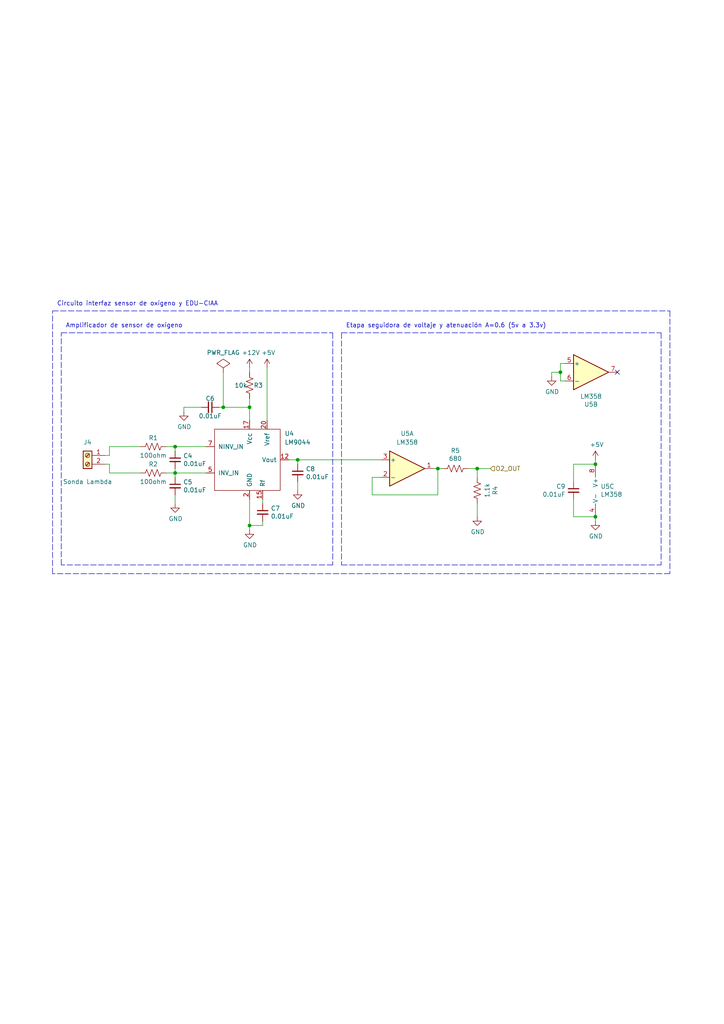
<source format=kicad_sch>
(kicad_sch (version 20211123) (generator eeschema)
  (paper "A4" portrait)
  (title_block (title "Amplificador de sensor de oxígeno") (date "2021-12-19") (rev "1.0") (company "Autor: Ignacio Moya") (comment 1 "Especialización en Sistemas Embebidos 2021 - FIUBA"))
  (lib_symbols
    (symbol "Amplifier_Operational:LM358" (pin_names (offset 0.127))
      (property "Reference" "U" (at 0 5.08 0))
      (property "Value" "LM358" (at 0 -5.08 0))
      (symbol "LM358_1_1"
        (polyline (pts (xy -5.08 5.08) (xy 5.08 0) (xy -5.08 -5.08) (xy -5.08 5.08)) (stroke (width 0.254)) (fill (type background)))
        (pin output line (at 7.62 0 180) (length 2.54) (name "~") (number "1"))
        (pin input line (at -7.62 -2.54 0) (length 2.54) (name "-") (number "2"))
        (pin input line (at -7.62 2.54 0) (length 2.54) (name "+") (number "3"))
      )
      (symbol "LM358_2_1"
        (polyline (pts (xy -5.08 5.08) (xy 5.08 0) (xy -5.08 -5.08) (xy -5.08 5.08)) (stroke (width 0.254)) (fill (type background)))
        (pin input line (at -7.62 2.54 0) (length 2.54) (name "+") (number "5"))
        (pin input line (at -7.62 -2.54 0) (length 2.54) (name "-") (number "6"))
        (pin output line (at 7.62 0 180) (length 2.54) (name "~") (number "7"))
      )
      (symbol "LM358_3_1"
        (pin power_in line (at -2.54 -7.62 90) (length 3.81) (name "V-") (number "4"))
        (pin power_in line (at -2.54 7.62 270) (length 3.81) (name "V+") (number "8"))
      )
    )
    (symbol "Connector:Screw_Terminal_01x02" (pin_names (offset 1.016) hide)
      (property "Reference" "J" (at 0 2.54 0))
      (property "Value" "Screw_Terminal_01x02" (at 0 -5.08 0))
      (symbol "Screw_Terminal_01x02_1_1"
        (rectangle (start -1.27 1.27) (end 1.27 -3.81) (stroke (width 0.254)) (fill (type background)))
        (circle (center 0 -2.54) (radius 0.635) (stroke (width 0.1524)))
        (polyline (pts (xy -0.5334 -2.2098) (xy 0.3302 -3.048)) (stroke (width 0.1524)))
        (polyline (pts (xy -0.5334 0.3302) (xy 0.3302 -0.508)) (stroke (width 0.1524)))
        (polyline (pts (xy -0.3556 -2.032) (xy 0.508 -2.8702)) (stroke (width 0.1524)))
        (polyline (pts (xy -0.3556 0.508) (xy 0.508 -0.3302)) (stroke (width 0.1524)))
        (circle (center 0 0) (radius 0.635) (stroke (width 0.1524)))
        (pin passive line (at -5.08 0 0) (length 3.81) (name "Pin_1") (number "1"))
        (pin passive line (at -5.08 -2.54 0) (length 3.81) (name "Pin_2") (number "2"))
      )
    )
    (symbol "Device:C_Small" (pin_numbers hide) (pin_names (offset 0.254) hide)
      (property "Reference" "C" (at 0.254 1.778 0))
      (property "Value" "C_Small" (at 0.254 -2.032 0))
      (symbol "C_Small_0_1"
        (polyline (pts (xy -1.524 -0.508) (xy 1.524 -0.508)) (stroke (width 0.3302)))
        (polyline (pts (xy -1.524 0.508) (xy 1.524 0.508)) (stroke (width 0.3048)))
      )
      (symbol "C_Small_1_1"
        (pin passive line (at 0 2.54 270) (length 2.032) (name "~") (number "1"))
        (pin passive line (at 0 -2.54 90) (length 2.032) (name "~") (number "2"))
      )
    )
    (symbol "Device:R_US" (pin_numbers hide) (pin_names (offset 0))
      (property "Reference" "R" (at 2.54 0 90))
      (property "Value" "R_US" (at -2.54 0 90))
      (symbol "R_US_0_1"
        (polyline (pts (xy 0 -2.286) (xy 0 -2.54)))
        (polyline (pts (xy 0 2.286) (xy 0 2.54)))
        (polyline (pts (xy 0 -0.762) (xy 1.016 -1.143) (xy 0 -1.524) (xy -1.016 -1.905) (xy 0 -2.286)))
        (polyline (pts (xy 0 0.762) (xy 1.016 0.381) (xy 0 0) (xy -1.016 -0.381) (xy 0 -0.762)))
        (polyline (pts (xy 0 2.286) (xy 1.016 1.905) (xy 0 1.524) (xy -1.016 1.143) (xy 0 0.762)))
      )
      (symbol "R_US_1_1"
        (pin passive line (at 0 3.81 270) (length 1.27) (name "~") (number "1"))
        (pin passive line (at 0 -3.81 90) (length 1.27) (name "~") (number "2"))
      )
    )
    (symbol "Oxigen_Sensor:LM9044" (pin_names (offset 1.016))
      (property "Reference" "U" (at -8.89 12.7 0))
      (property "Value" "LM9044" (at -6.35 10.16 0))
      (symbol "LM9044_0_1"
        (rectangle (start -10.16 8.89) (end 8.89 -8.89))
      )
      (symbol "LM9044_1_1"
        (pin output line (at 11.43 0 180) (length 2.54) (name "Vout") (number "12"))
        (pin input line (at 3.81 -11.43 90) (length 2.54) (name "Rf") (number "15"))
        (pin power_in line (at 0 11.43 270) (length 2.54) (name "Vcc") (number "17"))
        (pin passive line (at 0 -11.43 90) (length 2.54) (name "GND") (number "2"))
        (pin input line (at 5.08 11.43 270) (length 2.54) (name "Vref") (number "20"))
        (pin input line (at -12.7 -3.81 0) (length 2.54) (name "INV_IN") (number "5"))
        (pin input line (at -12.7 3.81 0) (length 2.54) (name "NINV_IN") (number "7"))
      )
    )
    (symbol "basico-rescue:PWR_FLAG" (power) (pin_numbers hide) (pin_names (offset 0) hide)
      (property "Value" "PWR_FLAG" (at 0 4.572 0))
      (symbol "PWR_FLAG_0_0"
        (pin power_out line (at 0 0 90) (length 0) (name "pwr") (number "1"))
      )
      (symbol "PWR_FLAG_0_1"
        (polyline (pts (xy 0 0) (xy 0 1.27) (xy -1.905 2.54) (xy 0 3.81) (xy 1.905 2.54) (xy 0 1.27)))
      )
    )
    (symbol "power:+12V" (power) (pin_names (offset 0))
      (property "Value" "+12V" (at 0 3.556 0))
      (symbol "+12V_0_1"
        (polyline (pts (xy -0.762 1.27) (xy 0 2.54)))
        (polyline (pts (xy 0 0) (xy 0 2.54)))
        (polyline (pts (xy 0 2.54) (xy 0.762 1.27)))
      )
      (symbol "+12V_1_1"
        (pin power_in line (at 0 0 90) (length 0) hide (name "+12V") (number "1"))
      )
    )
    (symbol "power:+5V" (power) (pin_names (offset 0))
      (property "Value" "+5V" (at 0 3.556 0))
      (symbol "+5V_0_1"
        (polyline (pts (xy -0.762 1.27) (xy 0 2.54)))
        (polyline (pts (xy 0 0) (xy 0 2.54)))
        (polyline (pts (xy 0 2.54) (xy 0.762 1.27)))
      )
      (symbol "+5V_1_1"
        (pin power_in line (at 0 0 90) (length 0) hide (name "+5V") (number "1"))
      )
    )
    (symbol "power:GND" (power) (pin_names (offset 0))
      (property "Value" "GND" (at 0 -3.81 0))
      (symbol "GND_0_1"
        (polyline (pts (xy 0 0) (xy 0 -1.27) (xy 1.27 -1.27) (xy 0 -2.54) (xy -1.27 -1.27) (xy 0 -1.27)))
      )
      (symbol "GND_1_1"
        (pin power_in line (at 0 0 270) (length 0) hide (name "GND") (number "1"))
      )
    )
  )
  (junction (at 127 135.89))
  (junction (at 72.39 118.11))
  (junction (at 50.8 137.16))
  (junction (at 50.8 129.54))
  (junction (at 72.39 152.4))
  (junction (at 172.72 149.86))
  (junction (at 172.72 134.62))
  (junction (at 64.77 118.11))
  (junction (at 162.56 107.95))
  (junction (at 138.43 135.89))
  (junction (at 86.36 133.35))
  (no_connect (at 179.07 107.95))
  (wire (pts (xy 172.72 133.35) (xy 172.72 134.62)))
  (wire (pts (xy 125.73 135.89) (xy 127 135.89)))
  (wire (pts (xy 50.8 137.16) (xy 50.8 135.89)))
  (polyline (pts (xy 194.31 166.37) (xy 15.24 166.37)))
  (wire (pts (xy 72.39 115.57) (xy 72.39 118.11)))
  (wire (pts (xy 77.47 106.68) (xy 77.47 121.92)))
  (wire (pts (xy 162.56 107.95) (xy 162.56 110.49)))
  (wire (pts (xy 135.89 135.89) (xy 138.43 135.89)))
  (wire (pts (xy 30.48 132.08) (xy 31.75 132.08)))
  (polyline (pts (xy 15.24 90.17) (xy 194.31 90.17)))
  (wire (pts (xy 48.26 129.54) (xy 50.8 129.54)))
  (wire (pts (xy 86.36 133.35) (xy 110.49 133.35)))
  (wire (pts (xy 63.5 118.11) (xy 64.77 118.11)))
  (wire (pts (xy 172.72 134.62) (xy 166.37 134.62)))
  (polyline (pts (xy 191.77 96.52) (xy 191.77 163.83)))
  (wire (pts (xy 86.36 139.7) (xy 86.36 142.24)))
  (polyline (pts (xy 15.24 166.37) (xy 15.24 90.17)))
  (wire (pts (xy 50.8 129.54) (xy 59.69 129.54)))
  (polyline (pts (xy 96.52 163.83) (xy 17.78 163.83)))
  (wire (pts (xy 53.34 118.11) (xy 58.42 118.11)))
  (wire (pts (xy 53.34 119.38) (xy 53.34 118.11)))
  (wire (pts (xy 83.82 133.35) (xy 86.36 133.35)))
  (wire (pts (xy 86.36 133.35) (xy 86.36 134.62)))
  (wire (pts (xy 64.77 107.95) (xy 64.77 118.11)))
  (wire (pts (xy 31.75 137.16) (xy 40.64 137.16)))
  (wire (pts (xy 127 135.89) (xy 128.27 135.89)))
  (wire (pts (xy 166.37 144.78) (xy 166.37 149.86)))
  (wire (pts (xy 50.8 146.05) (xy 50.8 143.51)))
  (wire (pts (xy 31.75 132.08) (xy 31.75 129.54)))
  (polyline (pts (xy 17.78 163.83) (xy 17.78 96.52)))
  (wire (pts (xy 72.39 152.4) (xy 72.39 153.67)))
  (wire (pts (xy 72.39 106.68) (xy 72.39 107.95)))
  (wire (pts (xy 72.39 144.78) (xy 72.39 152.4)))
  (wire (pts (xy 160.02 107.95) (xy 162.56 107.95)))
  (wire (pts (xy 59.69 137.16) (xy 50.8 137.16)))
  (wire (pts (xy 172.72 149.86) (xy 172.72 151.13)))
  (polyline (pts (xy 99.06 96.52) (xy 99.06 163.83)))
  (wire (pts (xy 48.26 137.16) (xy 50.8 137.16)))
  (wire (pts (xy 31.75 129.54) (xy 40.64 129.54)))
  (wire (pts (xy 162.56 105.41) (xy 162.56 107.95)))
  (wire (pts (xy 138.43 135.89) (xy 138.43 138.43)))
  (polyline (pts (xy 17.78 96.52) (xy 96.52 96.52)))
  (wire (pts (xy 166.37 134.62) (xy 166.37 139.7)))
  (wire (pts (xy 138.43 135.89) (xy 142.24 135.89)))
  (wire (pts (xy 76.2 151.13) (xy 76.2 152.4)))
  (wire (pts (xy 31.75 137.16) (xy 31.75 134.62)))
  (wire (pts (xy 138.43 149.86) (xy 138.43 146.05)))
  (wire (pts (xy 110.49 138.43) (xy 107.95 138.43)))
  (wire (pts (xy 127 135.89) (xy 127 143.51)))
  (wire (pts (xy 50.8 138.43) (xy 50.8 137.16)))
  (polyline (pts (xy 194.31 90.17) (xy 194.31 166.37)))
  (wire (pts (xy 76.2 144.78) (xy 76.2 146.05)))
  (wire (pts (xy 64.77 118.11) (xy 72.39 118.11)))
  (wire (pts (xy 162.56 110.49) (xy 163.83 110.49)))
  (wire (pts (xy 163.83 105.41) (xy 162.56 105.41)))
  (wire (pts (xy 166.37 149.86) (xy 172.72 149.86)))
  (polyline (pts (xy 99.06 96.52) (xy 191.77 96.52)))
  (wire (pts (xy 160.02 109.22) (xy 160.02 107.95)))
  (wire (pts (xy 127 143.51) (xy 107.95 143.51)))
  (wire (pts (xy 72.39 118.11) (xy 72.39 121.92)))
  (wire (pts (xy 50.8 130.81) (xy 50.8 129.54)))
  (polyline (pts (xy 96.52 96.52) (xy 96.52 163.83)))
  (wire (pts (xy 31.75 134.62) (xy 30.48 134.62)))
  (wire (pts (xy 76.2 152.4) (xy 72.39 152.4)))
  (wire (pts (xy 107.95 138.43) (xy 107.95 143.51)))
  (polyline (pts (xy 99.06 163.83) (xy 191.77 163.83)))
  (text "Etapa seguidora de voltaje y atenuación A=0.6 (5v a 3.3v)" (at 100.33 95.25 0) (effects (font (size 1.27 1.27)) (justify left bottom)))
  (text "Amplificador de sensor de oxígeno" (at 19.05 95.25 0) (effects (font (size 1.27 1.27)) (justify left bottom)))
  (text "Circuito interfaz sensor de oxígeno y EDU-CIAA" (at 16.51 88.9 0) (effects (font (size 1.27 1.27)) (justify left bottom)))
  (hierarchical_label "O2_OUT" (shape input) (at 142.24 135.89 0))
  (symbol (lib_id "power:+12V") (at 72.39 106.68 0) (unit 1)
    (property "Reference" "#PWR021" (effects hide))
    (property "Value" "+12V" (at 72.771 102.2858 0))
  )
  (symbol (lib_id "power:+5V") (at 77.47 106.68 0) (unit 1)
    (property "Reference" "#PWR023" (effects hide))
    (property "Value" "+5V" (at 77.851 102.2858 0))
  )
  (symbol (lib_id "power:GND") (at 72.39 153.67 0) (unit 1)
    (property "Reference" "#PWR022" (effects hide))
    (property "Value" "GND" (at 72.517 158.0642 0))
  )
  (symbol (lib_id "Device:C_Small") (at 50.8 133.35 0) (unit 1)
    (property "Reference" "C4" (at 53.1368 132.1816 0) (effects (justify left)))
    (property "Value" "0.01uF" (at 53.1368 134.493 0) (effects (justify left)))
    (property "Footprint" "Capacitor_SMD:C_0805_2012Metric_Pad1.15x1.40mm_HandSolder" (effects hide))
  )
  (symbol (lib_id "power:GND") (at 50.8 146.05 0) (unit 1)
    (property "Reference" "#PWR019" (effects hide))
    (property "Value" "GND" (at 50.927 150.4442 0))
  )
  (symbol (lib_id "Device:C_Small") (at 60.96 118.11 270) (unit 1)
    (property "Reference" "C6" (at 60.96 115.57 90))
    (property "Value" "0.01uF" (at 60.96 120.65 90))
    (property "Footprint" "Capacitor_SMD:C_0805_2012Metric_Pad1.15x1.40mm_HandSolder" (effects hide))
  )
  (symbol (lib_id "power:GND") (at 53.34 119.38 0) (unit 1)
    (property "Reference" "#PWR020" (effects hide))
    (property "Value" "GND" (at 53.467 123.7742 0))
  )
  (symbol (lib_id "Device:C_Small") (at 50.8 140.97 0) (unit 1)
    (property "Reference" "C5" (at 53.1368 139.8016 0) (effects (justify left)))
    (property "Value" "0.01uF" (at 53.1368 142.113 0) (effects (justify left)))
    (property "Footprint" "Capacitor_SMD:C_0805_2012Metric_Pad1.15x1.40mm_HandSolder" (effects hide))
  )
  (symbol (lib_id "Device:C_Small") (at 76.2 148.59 0) (unit 1)
    (property "Reference" "C7" (at 78.5368 147.4216 0) (effects (justify left)))
    (property "Value" "0.01uF" (at 78.5368 149.733 0) (effects (justify left)))
    (property "Footprint" "Capacitor_SMD:C_0805_2012Metric_Pad1.15x1.40mm_HandSolder" (effects hide))
  )
  (symbol (lib_id "Connector:Screw_Terminal_01x02") (at 25.4 132.08 0) (mirror y) (unit 1)
    (property "Reference" "J4" (at 25.4 128.27 0))
    (property "Value" "Sonda Lambda" (at 25.4 139.7 0))
    (property "Footprint" "TerminalBlock:TerminalBlock_bornier-2_P5.08mm" (effects hide))
  )
  (symbol (lib_id "Device:C_Small") (at 86.36 137.16 0) (unit 1)
    (property "Reference" "C8" (at 88.6968 135.9916 0) (effects (justify left)))
    (property "Value" "0.01uF" (at 88.6968 138.303 0) (effects (justify left)))
    (property "Footprint" "Capacitor_SMD:C_0805_2012Metric_Pad1.15x1.40mm_HandSolder" (effects hide))
  )
  (symbol (lib_id "power:GND") (at 86.36 142.24 0) (unit 1)
    (property "Reference" "#PWR024" (effects hide))
    (property "Value" "GND" (at 86.487 146.6342 0))
  )
  (symbol (lib_id "Device:R_US") (at 44.45 129.54 270) (unit 1)
    (property "Reference" "R1" (at 44.45 127 90))
    (property "Value" "100ohm" (at 44.45 132.08 90))
    (property "Footprint" "Resistor_SMD:R_0805_2012Metric_Pad1.15x1.40mm_HandSolder" (effects hide))
  )
  (symbol (lib_id "Device:R_US") (at 44.45 137.16 270) (unit 1)
    (property "Reference" "R2" (at 44.45 134.62 90))
    (property "Value" "100ohm" (at 44.45 139.7 90))
    (property "Footprint" "Resistor_SMD:R_0805_2012Metric_Pad1.15x1.40mm_HandSolder" (effects hide))
  )
  (symbol (lib_id "Device:R_US") (at 72.39 111.76 180) (unit 1)
    (property "Reference" "R3" (at 74.93 111.76 0))
    (property "Value" "10k" (at 69.85 111.76 0))
    (property "Footprint" "Resistor_SMD:R_0805_2012Metric_Pad1.15x1.40mm_HandSolder" (effects hide))
  )
  (symbol (lib_id "basico-rescue:PWR_FLAG") (at 64.77 107.95 0) (unit 1)
    (property "Reference" "#FLG0103" (effects hide))
    (property "Value" "PWR_FLAG" (at 64.77 102.2604 0))
  )
  (symbol (lib_id "Amplifier_Operational:LM358") (at 118.11 135.89 0) (unit 1)
    (property "Reference" "U5" (at 118.11 125.73 0))
    (property "Value" "LM358" (at 118.11 128.27 0))
    (property "Footprint" "Package_SO:SOIC-8_3.9x4.9mm_P1.27mm" (effects hide))
    (property "Datasheet" "http://www.ti.com/lit/ds/symlink/lm2904-n.pdf" (effects hide))
  )
  (symbol (lib_id "Amplifier_Operational:LM358") (at 171.45 107.95 0) (unit 2)
    (property "Reference" "U5" (at 171.45 117.2718 0))
    (property "Value" "LM358" (at 171.45 114.9604 0))
    (property "Footprint" "Package_SO:SOIC-8_3.9x4.9mm_P1.27mm" (effects hide))
    (property "Datasheet" "http://www.ti.com/lit/ds/symlink/lm2904-n.pdf" (effects hide))
  )
  (symbol (lib_id "Amplifier_Operational:LM358") (at 175.26 142.24 0) (unit 3)
    (property "Reference" "U5" (at 174.1932 141.0716 0) (effects (justify left)))
    (property "Value" "LM358" (at 174.1932 143.383 0) (effects (justify left)))
    (property "Footprint" "Package_SO:SOIC-8_3.9x4.9mm_P1.27mm" (effects hide))
    (property "Datasheet" "http://www.ti.com/lit/ds/symlink/lm2904-n.pdf" (effects hide))
  )
  (symbol (lib_id "power:GND") (at 160.02 109.22 0) (unit 1)
    (property "Reference" "#PWR0110" (effects hide))
    (property "Value" "GND" (at 160.147 113.6142 0))
  )
  (symbol (lib_id "Device:R_US") (at 132.08 135.89 270) (unit 1)
    (property "Reference" "R5" (at 132.08 130.683 90))
    (property "Value" "680" (at 132.08 132.9944 90))
    (property "Footprint" "Resistor_SMD:R_0805_2012Metric_Pad1.15x1.40mm_HandSolder" (effects hide))
  )
  (symbol (lib_id "Device:R_US") (at 138.43 142.24 180) (unit 1)
    (property "Reference" "R4" (at 143.637 142.24 90))
    (property "Value" "1.1k" (at 141.3256 142.24 90))
    (property "Footprint" "Resistor_SMD:R_0805_2012Metric_Pad1.15x1.40mm_HandSolder" (effects hide))
  )
  (symbol (lib_id "power:GND") (at 138.43 149.86 0) (unit 1)
    (property "Reference" "#PWR026" (effects hide))
    (property "Value" "GND" (at 138.557 154.2542 0))
  )
  (symbol (lib_id "Device:C_Small") (at 166.37 142.24 0) (mirror y) (unit 1)
    (property "Reference" "C9" (at 164.0332 141.0716 0) (effects (justify left)))
    (property "Value" "0.01uF" (at 164.0332 143.383 0) (effects (justify left)))
    (property "Footprint" "Capacitor_SMD:C_0805_2012Metric_Pad1.15x1.40mm_HandSolder" (effects hide))
  )
  (symbol (lib_id "power:GND") (at 172.72 151.13 0) (unit 1)
    (property "Reference" "#PWR028" (effects hide))
    (property "Value" "GND" (at 172.847 155.5242 0))
  )
  (symbol (lib_id "power:+5V") (at 172.72 133.35 0) (unit 1)
    (property "Reference" "#PWR027" (effects hide))
    (property "Value" "+5V" (at 173.101 128.9558 0))
  )
  (symbol (lib_id "Oxigen_Sensor:LM9044") (at 72.39 133.35 0) (unit 1)
    (property "Reference" "U4" (at 82.55 125.73 0) (effects (justify left)))
    (property "Value" "LM9044" (at 82.55 128.27 0) (effects (justify left)))
    (property "Footprint" "Package_LCC:PLCC-20" (effects hide))
  )
)
</source>
